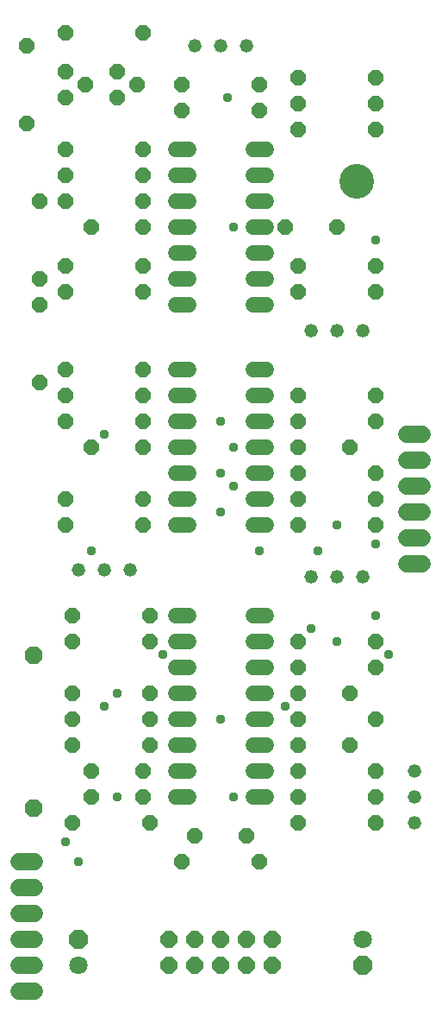
<source format=gbs>
G04 EAGLE Gerber RS-274X export*
G75*
%MOMM*%
%FSLAX34Y34*%
%LPD*%
%INSoldermask Bottom*%
%IPPOS*%
%AMOC8*
5,1,8,0,0,1.08239X$1,22.5*%
G01*
%ADD10C,3.403600*%
%ADD11P,1.649562X8X202.500000*%
%ADD12P,1.649562X8X22.500000*%
%ADD13P,1.869504X8X292.500000*%
%ADD14P,1.951982X8X112.500000*%
%ADD15C,1.803400*%
%ADD16P,1.951982X8X292.500000*%
%ADD17C,1.320800*%
%ADD18C,1.524000*%
%ADD19C,1.727200*%
%ADD20P,1.759533X8X202.500000*%
%ADD21P,1.649562X8X292.500000*%
%ADD22C,0.959600*%


D10*
X349250Y819150D03*
D11*
X330200Y774700D03*
X279400Y774700D03*
D12*
X190500Y177800D03*
X241300Y177800D03*
X88900Y241300D03*
X139700Y241300D03*
D11*
X342900Y266700D03*
X292100Y266700D03*
X342900Y317500D03*
X292100Y317500D03*
D13*
X31750Y354330D03*
X31750Y204470D03*
D12*
X88900Y215900D03*
X139700Y215900D03*
D11*
X342900Y558800D03*
X292100Y558800D03*
D12*
X88900Y558800D03*
X139700Y558800D03*
D14*
X76200Y76200D03*
D15*
X76200Y50800D03*
D16*
X355600Y50800D03*
D15*
X355600Y76200D03*
D12*
X88900Y774700D03*
X139700Y774700D03*
D17*
X304800Y431800D03*
X330200Y431800D03*
X355600Y431800D03*
D18*
X260604Y215900D02*
X247396Y215900D01*
X247396Y241300D02*
X260604Y241300D01*
X260604Y266700D02*
X247396Y266700D01*
X247396Y292100D02*
X260604Y292100D01*
X260604Y317500D02*
X247396Y317500D01*
X247396Y342900D02*
X260604Y342900D01*
X260604Y368300D02*
X247396Y368300D01*
X247396Y393700D02*
X260604Y393700D01*
X184404Y393700D02*
X171196Y393700D01*
X171196Y368300D02*
X184404Y368300D01*
X184404Y342900D02*
X171196Y342900D01*
X171196Y317500D02*
X184404Y317500D01*
X184404Y292100D02*
X171196Y292100D01*
X171196Y266700D02*
X184404Y266700D01*
X184404Y241300D02*
X171196Y241300D01*
X171196Y215900D02*
X184404Y215900D01*
X247396Y482600D02*
X260604Y482600D01*
X260604Y508000D02*
X247396Y508000D01*
X247396Y635000D02*
X260604Y635000D01*
X184404Y635000D02*
X171196Y635000D01*
X247396Y533400D02*
X260604Y533400D01*
X260604Y558800D02*
X247396Y558800D01*
X247396Y609600D02*
X260604Y609600D01*
X260604Y584200D02*
X247396Y584200D01*
X184404Y609600D02*
X171196Y609600D01*
X171196Y584200D02*
X184404Y584200D01*
X184404Y558800D02*
X171196Y558800D01*
X171196Y533400D02*
X184404Y533400D01*
X184404Y508000D02*
X171196Y508000D01*
X171196Y482600D02*
X184404Y482600D01*
X247396Y698500D02*
X260604Y698500D01*
X260604Y723900D02*
X247396Y723900D01*
X247396Y850900D02*
X260604Y850900D01*
X184404Y850900D02*
X171196Y850900D01*
X247396Y749300D02*
X260604Y749300D01*
X260604Y774700D02*
X247396Y774700D01*
X247396Y825500D02*
X260604Y825500D01*
X260604Y800100D02*
X247396Y800100D01*
X184404Y825500D02*
X171196Y825500D01*
X171196Y800100D02*
X184404Y800100D01*
X184404Y774700D02*
X171196Y774700D01*
X171196Y749300D02*
X184404Y749300D01*
X184404Y723900D02*
X171196Y723900D01*
X171196Y698500D02*
X184404Y698500D01*
D19*
X33020Y25400D02*
X17780Y25400D01*
X17780Y50800D02*
X33020Y50800D01*
X33020Y76200D02*
X17780Y76200D01*
X17780Y101600D02*
X33020Y101600D01*
X33020Y127000D02*
X17780Y127000D01*
X17780Y152400D02*
X33020Y152400D01*
X398780Y444500D02*
X414020Y444500D01*
X414020Y469900D02*
X398780Y469900D01*
X398780Y495300D02*
X414020Y495300D01*
X414020Y520700D02*
X398780Y520700D01*
X398780Y546100D02*
X414020Y546100D01*
X414020Y571500D02*
X398780Y571500D01*
D20*
X266700Y76200D03*
X266700Y50800D03*
X241300Y76200D03*
X241300Y50800D03*
X215900Y76200D03*
X215900Y50800D03*
X190500Y76200D03*
X190500Y50800D03*
X165100Y76200D03*
X165100Y50800D03*
D21*
X114300Y901700D03*
X133350Y914400D03*
X114300Y927100D03*
X63500Y901700D03*
X82550Y914400D03*
X63500Y927100D03*
D12*
X292100Y215900D03*
X368300Y215900D03*
X292100Y869950D03*
X368300Y869950D03*
D11*
X139700Y825500D03*
X63500Y825500D03*
X139700Y800100D03*
X63500Y800100D03*
D12*
X292100Y533400D03*
X368300Y533400D03*
X292100Y508000D03*
X368300Y508000D03*
X177800Y889000D03*
X254000Y889000D03*
D17*
X355600Y673100D03*
X330200Y673100D03*
X304800Y673100D03*
D11*
X139700Y635000D03*
X63500Y635000D03*
X139700Y609600D03*
X63500Y609600D03*
X146050Y266700D03*
X69850Y266700D03*
X139700Y584200D03*
X63500Y584200D03*
X368300Y736600D03*
X292100Y736600D03*
D17*
X127000Y438150D03*
X101600Y438150D03*
X76200Y438150D03*
D11*
X146050Y393700D03*
X69850Y393700D03*
D12*
X63500Y508000D03*
X139700Y508000D03*
D11*
X368300Y711200D03*
X292100Y711200D03*
X368300Y368300D03*
X292100Y368300D03*
D12*
X69850Y190500D03*
X146050Y190500D03*
X292100Y190500D03*
X368300Y190500D03*
D11*
X368300Y241300D03*
X292100Y241300D03*
D12*
X69850Y317500D03*
X146050Y317500D03*
D11*
X146050Y292100D03*
X69850Y292100D03*
X368300Y920750D03*
X292100Y920750D03*
D12*
X292100Y895350D03*
X368300Y895350D03*
D21*
X38100Y800100D03*
X38100Y723900D03*
D11*
X139700Y965200D03*
X63500Y965200D03*
D12*
X177800Y152400D03*
X254000Y152400D03*
D17*
X241300Y952500D03*
X215900Y952500D03*
X190500Y952500D03*
D11*
X254000Y914400D03*
X177800Y914400D03*
D12*
X63500Y850900D03*
X139700Y850900D03*
D21*
X25400Y952500D03*
X25400Y876300D03*
D12*
X63500Y736600D03*
X139700Y736600D03*
D11*
X139700Y711200D03*
X63500Y711200D03*
D21*
X38100Y698500D03*
X38100Y622300D03*
D17*
X406400Y190500D03*
X406400Y215900D03*
X406400Y241300D03*
D11*
X368300Y342900D03*
X292100Y342900D03*
D12*
X292100Y584200D03*
X368300Y584200D03*
D11*
X146050Y368300D03*
X69850Y368300D03*
D12*
X63500Y482600D03*
X139700Y482600D03*
X292100Y482600D03*
X368300Y482600D03*
X292100Y609600D03*
X368300Y609600D03*
X292100Y292100D03*
X368300Y292100D03*
D22*
X228600Y215900D03*
X228600Y558800D03*
X228600Y774700D03*
X228600Y520700D03*
X114300Y215900D03*
X114300Y317500D03*
X76200Y152400D03*
X311150Y457200D03*
X254000Y457200D03*
X304800Y381000D03*
X381000Y355600D03*
X368300Y393700D03*
X368300Y463550D03*
X101600Y571500D03*
X215900Y584200D03*
X215900Y533400D03*
X279400Y304800D03*
X101600Y304800D03*
X63500Y171450D03*
X88900Y457200D03*
X330200Y368300D03*
X158750Y355600D03*
X330200Y482600D03*
X215900Y292100D03*
X215900Y495300D03*
X368300Y762000D03*
X222250Y901700D03*
M02*

</source>
